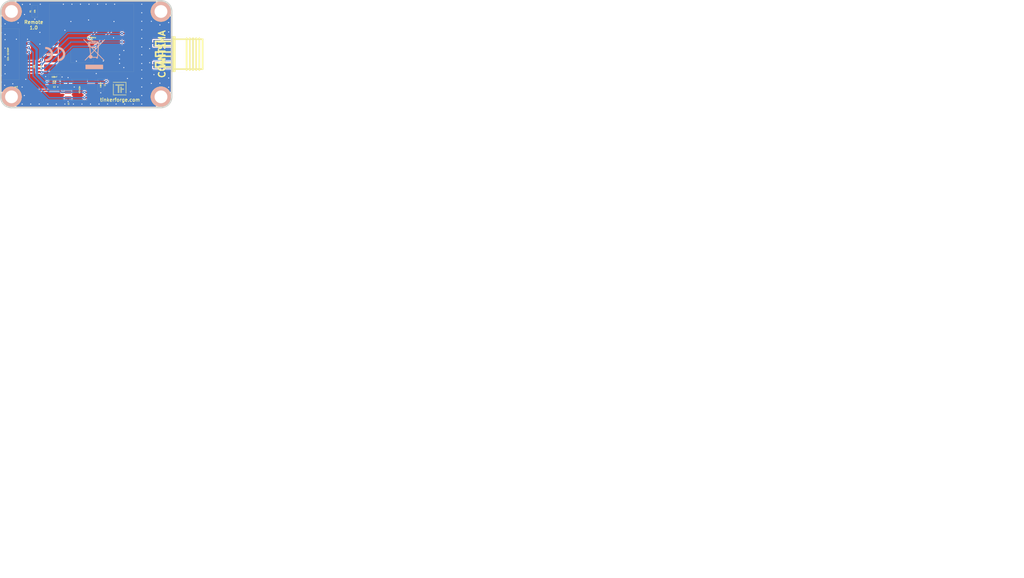
<source format=kicad_pcb>
(kicad_pcb (version 20221018) (generator pcbnew)
  (title_block (title "Remote Bricklet") (rev "1.0") (company "Tinkerforge GmbH") (comment 1 "Licensed under CERN OHL v.1.1") (comment 2 "Copyright (©) 2013, B.Nordmeyer <bastian@tinkerforge.com>"))
  (layers (0 "F.Cu" signal "Vorderseite") (31 "B.Cu" signal "Rückseite") (34 "B.Paste" user) (35 "F.Paste" user) (36 "B.SilkS" user) (37 "F.SilkS" user) (38 "B.Mask" user) (39 "F.Mask" user) (44 "Edge.Cuts" user))
  (net 0 "")
  (net 1 "GND")
  (net 2 "N-0000010")
  (net 3 "N-0000011")
  (net 4 "N-0000012")
  (net 5 "N-0000013")
  (net 6 "N-0000014")
  (net 7 "N-0000015")
  (net 8 "N-0000016")
  (net 9 "N-0000018")
  (net 10 "N-0000019")
  (net 11 "N-0000021")
  (net 12 "N-0000022")
  (net 13 "N-0000023")
  (net 14 "N-000007")
  (net 15 "VCC")
  (footprint "tinkerforge:SOIC8" (layer "F.Cu") (at 61.35 50.6 -90)
    (fp_text reference "U1" (at 3.29946 2.60096 270) (layer "F.SilkS") (effects (font (size 0.29972 0.29972) (thickness 0.0762))))
    (fp_text value "M24C64" (at 0 0 270) (layer "F.SilkS") (effects (font (size 0.29972 0.29972) (thickness 0.0762))))
    (pad "1" smd rect (at -1.90246 2.69748 90) (size 0.59944 1.5494) (layers "F.Cu" "F.Paste" "F.Mask") (net 1 "GND"))
    (pad "2" smd rect (at -0.63246 2.69748 90) (size 0.59944 1.5494) (layers "F.Cu" "F.Paste" "F.Mask") (net 1 "GND"))
    (pad "3" smd rect (at 0.63246 2.69748 90) (size 0.59944 1.5494) (layers "F.Cu" "F.Paste" "F.Mask") (net 11 "N-0000021"))
    (pad "4" smd rect (at 1.90246 2.69748 90) (size 0.59944 1.5494) (layers "F.Cu" "F.Paste" "F.Mask") (net 1 "GND"))
    (pad "5" smd rect (at 1.90246 -2.69748 270) (size 0.59944 1.5494) (layers "F.Cu" "F.Paste" "F.Mask") (net 12 "N-0000022"))
    (pad "6" smd rect (at 0.63246 -2.69748 270) (size 0.59944 1.5494) (layers "F.Cu" "F.Paste" "F.Mask") (net 13 "N-0000023"))
    (pad "7" smd rect (at -0.63246 -2.69748 270) (size 0.59944 1.5494) (layers "F.Cu" "F.Paste" "F.Mask"))
    (pad "8" smd rect (at -1.90246 -2.69748 270) (size 0.59944 1.5494) (layers "F.Cu" "F.Paste" "F.Mask") (net 15 "VCC"))
  )
  (footprint "DRILL_NP" (layer "F.Cu") (at 80.4 32.3)
    (fp_text reference "U3" hide)
    (fp_text value "DRILL" hide)
    (pad "" thru_hole circle (at 0 0) (size 2.99974 2.99974) (drill 2.99974) (layers "*.Cu" "*.SilkS" "*.Mask") (clearance 0.89916))
  )
  (footprint "DRILL_NP" (layer "F.Cu") (at 45.4 52.3)
    (fp_text reference "U4" hide)
    (fp_text value "DRILL" hide)
    (pad "" thru_hole circle (at 0 0) (size 2.99974 2.99974) (drill 2.99974) (layers "*.Cu" "*.SilkS" "*.Mask") (clearance 0.89916))
  )
  (footprint "DRILL_NP" (layer "F.Cu") (at 45.4 32.3)
    (fp_text reference "U6" hide)
    (fp_text value "DRILL" hide)
    (pad "" thru_hole circle (at 0 0) (size 2.99974 2.99974) (drill 2.99974) (layers "*.Cu" "*.SilkS" "*.Mask") (clearance 0.89916))
  )
  (footprint "DRILL_NP" (layer "F.Cu") (at 80.4 52.3)
    (fp_text reference "U5" hide)
    (fp_text value "DRILL" hide)
    (pad "" thru_hole circle (at 0 0) (size 2.99974 2.99974) (drill 2.99974) (layers "*.Cu" "*.SilkS" "*.Mask") (clearance 0.89916))
  )
  (footprint "tinkerforge:CON-SENSOR" (layer "F.Cu") (at 43 42.3 -90)
    (fp_text reference "P1" (at 7.9502 -3.50012 270) (layer "F.SilkS") (effects (font (size 0.59944 0.59944) (thickness 0.12446))))
    (fp_text value "CON-SENSOR" (at 0 -1.6002 270) (layer "F.SilkS") (effects (font (size 0.29972 0.29972) (thickness 0.07112))))
    (pad "1" smd rect (at -4.50088 -4.7752 270) (size 0.59944 1.5494) (layers "F.Cu" "F.Paste" "F.Mask"))
    (pad "2" smd rect (at -3.50012 -4.7752 270) (size 0.59944 1.5494) (layers "F.Cu" "F.Paste" "F.Mask") (net 1 "GND"))
    (pad "3" smd rect (at -2.49936 -4.7752 270) (size 0.59944 1.5494) (layers "F.Cu" "F.Paste" "F.Mask") (net 15 "VCC"))
    (pad "4" smd rect (at -1.50114 -4.7752 270) (size 0.59944 1.5494) (layers "F.Cu" "F.Paste" "F.Mask") (net 13 "N-0000023"))
    (pad "5" smd rect (at -0.50038 -4.7752 270) (size 0.59944 1.5494) (layers "F.Cu" "F.Paste" "F.Mask") (net 12 "N-0000022"))
    (pad "6" smd rect (at 0.50038 -4.7752 270) (size 0.59944 1.5494) (layers "F.Cu" "F.Paste" "F.Mask") (net 11 "N-0000021"))
    (pad "7" smd rect (at 1.50114 -4.7752 270) (size 0.59944 1.5494) (layers "F.Cu" "F.Paste" "F.Mask") (net 10 "N-0000019"))
    (pad "8" smd rect (at 2.49936 -4.7752 270) (size 0.59944 1.5494) (layers "F.Cu" "F.Paste" "F.Mask") (net 3 "N-0000011"))
    (pad "9" smd rect (at 3.50012 -4.7752 270) (size 0.59944 1.5494) (layers "F.Cu" "F.Paste" "F.Mask") (net 4 "N-0000012"))
    (pad "10" smd rect (at 4.50088 -4.7752 270) (size 0.59944 1.5494) (layers "F.Cu" "F.Paste" "F.Mask") (net 5 "N-0000013"))
    (pad "EP" smd rect (at -5.79882 -0.89916 270) (size 1.19888 1.80086) (layers "F.Cu" "F.Paste" "F.Mask") (net 1 "GND"))
    (pad "EP" smd rect (at 5.79882 -0.89916 270) (size 1.19888 1.80086) (layers "F.Cu" "F.Paste" "F.Mask") (net 1 "GND"))
  )
  (footprint "4X0603" (layer "F.Cu") (at 50.7 45.25 -90)
    (fp_text reference "RP1" (at 0 -1.6002 270) (layer "F.SilkS") (effects (font (size 0.29972 0.29972) (thickness 0.0762))))
    (fp_text value "100" (at 0 0 270) (layer "F.SilkS") (effects (font (size 0.29972 0.29972) (thickness 0.0762))))
    (pad "1" smd rect (at -1.19888 -0.8509 270) (size 0.44958 0.89916) (layers "F.Cu" "F.Paste" "F.Mask") (net 6 "N-0000014"))
    (pad "2" smd rect (at -0.39878 -0.8509 270) (size 0.44958 0.89916) (layers "F.Cu" "F.Paste" "F.Mask") (net 2 "N-0000010"))
    (pad "3" smd rect (at 0.39878 -0.8509 270) (size 0.44958 0.89916) (layers "F.Cu" "F.Paste" "F.Mask") (net 8 "N-0000016"))
    (pad "4" smd rect (at 1.19888 -0.8509 270) (size 0.44958 0.89916) (layers "F.Cu" "F.Paste" "F.Mask") (net 7 "N-0000015"))
    (pad "5" smd rect (at 1.19888 0.8509 270) (size 0.44958 0.89916) (layers "F.Cu" "F.Paste" "F.Mask") (net 5 "N-0000013"))
    (pad "6" smd rect (at 0.39878 0.8509 270) (size 0.44958 0.89916) (layers "F.Cu" "F.Paste" "F.Mask") (net 4 "N-0000012"))
    (pad "7" smd rect (at -0.39878 0.8509 270) (size 0.44958 0.89916) (layers "F.Cu" "F.Paste" "F.Mask") (net 3 "N-0000011"))
    (pad "8" smd rect (at -1.19888 0.8509 270) (size 0.44958 0.89916) (layers "F.Cu" "F.Paste" "F.Mask") (net 10 "N-0000019"))
  )
  (footprint "0603" (layer "F.Cu") (at 66.3 49.5 -90)
    (fp_text reference "C1" (at 0 -1.00076 270) (layer "F.SilkS") (effects (font (size 0.29972 0.29972) (thickness 0.0762))))
    (fp_text value "100nF" (at 0 0 270) (layer "F.SilkS") (effects (font (size 0.29972 0.29972) (thickness 0.0762))))
    (pad "1" smd rect (at -0.8001 0 270) (size 0.8001 0.8001) (layers "F.Cu" "F.Paste" "F.Mask") (net 15 "VCC"))
    (pad "2" smd rect (at 0.8001 0 270) (size 0.8001 0.8001) (layers "F.Cu" "F.Paste" "F.Mask") (net 1 "GND"))
  )
  (footprint "0603" (layer "F.Cu") (at 50.85 32.25 90)
    (fp_text reference "R1" (at 0 -1.00076 90) (layer "F.SilkS") (effects (font (size 0.29972 0.29972) (thickness 0.0762))))
    (fp_text value "10k" (at 0 0 90) (layer "F.SilkS") (effects (font (size 0.29972 0.29972) (thickness 0.0762))))
    (pad "1" smd rect (at -0.8001 0 90) (size 0.8001 0.8001) (layers "F.Cu" "F.Paste" "F.Mask") (net 1 "GND"))
    (pad "2" smd rect (at 0.8001 0 90) (size 0.8001 0.8001) (layers "F.Cu" "F.Paste" "F.Mask") (net 14 "N-000007"))
  )
  (footprint "0603" (layer "F.Cu") (at 55.45 49 180)
    (fp_text reference "C2" (at 0 -1.00076 180) (layer "F.SilkS") (effects (font (size 0.29972 0.29972) (thickness 0.0762))))
    (fp_text value "1µF" (at 0 0 180) (layer "F.SilkS") (effects (font (size 0.29972 0.29972) (thickness 0.07493))))
    (pad "1" smd rect (at -0.8001 0 180) (size 0.8001 0.8001) (layers "F.Cu" "F.Paste" "F.Mask") (net 1 "GND"))
    (pad "2" smd rect (at 0.8001 0 180) (size 0.8001 0.8001) (layers "F.Cu" "F.Paste" "F.Mask") (net 15 "VCC"))
  )
  (footprint "0603" (layer "F.Cu") (at 55.45 47.65 180)
    (fp_text reference "C3" (at 0 -1.00076 180) (layer "F.SilkS") (effects (font (size 0.29972 0.29972) (thickness 0.0762))))
    (fp_text value "100nF" (at 0 0 180) (layer "F.SilkS") (effects (font (size 0.29972 0.29972) (thickness 0.0762))))
    (pad "1" smd rect (at -0.8001 0 180) (size 0.8001 0.8001) (layers "F.Cu" "F.Paste" "F.Mask") (net 1 "GND"))
    (pad "2" smd rect (at 0.8001 0 180) (size 0.8001 0.8001) (layers "F.Cu" "F.Paste" "F.Mask") (net 15 "VCC"))
  )
  (footprint "tinkerforge:RFM69HW" (layer "F.Cu") (at 64.15 38.45)
    (fp_text reference "U2" (at 0 0.5) (layer "F.SilkS") (effects (font (size 0.3 0.3) (thickness 0.075))))
    (fp_text value "RFM69HW" (at 0 0) (layer "F.SilkS") (effects (font (size 0.3 0.3) (thickness 0.075))))
    (pad "1" smd rect (at 9.5 -7 180) (size 3.2 1.5) (layers "F.Cu" "F.Paste" "F.Mask"))
    (pad "2" smd rect (at 9.5 -5 180) (size 3.2 1.5) (layers "F.Cu" "F.Paste" "F.Mask") (net 2 "N-0000010"))
    (pad "3" smd rect (at 9.5 -3 180) (size 3.2 1.5) (layers "F.Cu" "F.Paste" "F.Mask") (net 7 "N-0000015"))
    (pad "4" smd rect (at 9.5 -1 180) (size 3.2 1.5) (layers "F.Cu" "F.Paste" "F.Mask") (net 6 "N-0000014"))
    (pad "5" smd rect (at 9.5 1 180) (size 3.2 1.5) (layers "F.Cu" "F.Paste" "F.Mask") (net 8 "N-0000016"))
    (pad "6" smd rect (at 9.5 3 180) (size 3.2 1.5) (layers "F.Cu" "F.Paste" "F.Mask") (net 1 "GND"))
    (pad "7" smd rect (at 9.5 5 180) (size 3.2 1.5) (layers "F.Cu" "F.Paste" "F.Mask") (net 9 "N-0000018"))
    (pad "8" smd rect (at 9.5 7 180) (size 3.2 1.5) (layers "F.Cu" "F.Paste" "F.Mask") (net 1 "GND"))
    (pad "9" smd rect (at -9.5 -7) (size 3.2 1.5) (layers "F.Cu" "F.Paste" "F.Mask") (net 14 "N-000007"))
    (pad "10" smd rect (at -9.5 -5) (size 3.2 1.5) (layers "F.Cu" "F.Paste" "F.Mask"))
    (pad "11" smd rect (at -9.5 -3) (size 3.2 1.5) (layers "F.Cu" "F.Paste" "F.Mask"))
    (pad "12" smd rect (at -9.5 -1) (size 3.2 1.5) (layers "F.Cu" "F.Paste" "F.Mask"))
    (pad "13" smd rect (at -9.5 1) (size 3.2 1.5) (layers "F.Cu" "F.Paste" "F.Mask"))
    (pad "14" smd rect (at -9.5 3) (size 3.2 1.5) (layers "F.Cu" "F.Paste" "F.Mask"))
    (pad "15" smd rect (at -9.5 5) (size 3.2 1.5) (layers "F.Cu" "F.Paste" "F.Mask"))
    (pad "16" smd rect (at -9.5 7) (size 3.2 1.5) (layers "F.Cu" "F.Paste" "F.Mask") (net 15 "VCC"))
  )
  (footprint "Fiducial_Mark" (layer "F.Cu") (at 49.9 52.3)
    (fp_text reference "Fiducial_Mark" hide)
    (fp_text value "VAL**" hide)
    (pad "1" smd circle (at 0 0) (size 1.00076 1.00076) (layers "F.Cu" "F.Mask") (clearance 0.65024))
  )
  (footprint "Fiducial_Mark" (layer "F.Cu") (at 78.25 36.6)
    (fp_text reference "Fiducial_Mark" hide)
    (fp_text value "VAL**" hide)
    (pad "1" smd circle (at 0 0) (size 1.00076 1.00076) (layers "F.Cu" "F.Mask") (clearance 0.65024))
  )
  (footprint "Logo_31x31" (layer "F.Cu") (at 69.15 48.8)
    (fp_text reference "G***" hide)
    (fp_text value "Logo_31x31" hide)
  )
  (footprint "CON-SMA" (layer "F.Cu") (at 80.65 42.3 90)
    (fp_text reference "ANT1" (at 0 0 90) (layer "F.SilkS") (effects (font (size 1.524 1.524) (thickness 0.3048))))
    (fp_text value "CON-SMA" (at 0 0 90) (layer "F.SilkS") (effects (font (size 1.524 1.524) (thickness 0.3048))))
    (pad "1" smd rect (at 0 0 90) (size 1.524 4.064) (layers "F.Cu" "F.Paste" "F.Mask") (net 9 "N-0000018"))
    (pad "2" smd rect (at -2.54 0 90) (size 1.524 4.064) (layers "F.Cu" "F.Paste" "F.Mask") (net 1 "GND"))
    (pad "3" smd rect (at -2.54 0 90) (size 1.524 4.064) (layers "B.Cu" "B.Paste" "B.Mask") (net 1 "GND"))
    (pad "4" smd rect (at 2.54 0 90) (size 1.524 4.064) (layers "F.Cu" "F.Paste" "F.Mask") (net 1 "GND"))
    (pad "5" smd rect (at 2.54 0 90) (size 1.524 4.064) (layers "B.Cu" "B.Paste" "B.Mask") (net 1 "GND"))
  )
  (footprint "CE_5mm" (layer "B.Cu") (at 55.6 42.3 180)
    (fp_text reference "VAL" hide)
    (fp_text value "CE_5mm" hide)
  )
  (footprint "WEEE_7mm" (layer "B.Cu") (at 64.75 42.3)
    (fp_text reference "VAL" hide)
    (fp_text value "WEEE_7mm" hide)
  )
  (gr_arc (start 42.9 32.3) (mid 43.632233 30.532233) (end 45.4 29.8) (stroke (width 0.381)) (layer "Edge.Cuts"))
  (gr_arc (start 45.4 54.8) (mid 43.632233 54.067767) (end 42.9 52.3) (stroke (width 0.381)) (layer "Edge.Cuts"))
  (gr_line (start 82.9 52.3) (end 82.9 32.3) (stroke (width 0.381)) (layer "Edge.Cuts"))
  (gr_arc (start 80.4 29.8) (mid 82.167767 30.532233) (end 82.9 32.3) (stroke (width 0.381)) (layer "Edge.Cuts"))
  (gr_line (start 80.4 29.8) (end 45.45 29.8) (stroke (width 0.381)) (layer "Edge.Cuts"))
  (gr_line (start 42.9 32.3) (end 42.9 52.3) (stroke (width 0.381)) (layer "Edge.Cuts"))
  (gr_arc (start 82.9 52.3) (mid 82.167767 54.067767) (end 80.4 54.8) (stroke (width 0.381)) (layer "Edge.Cuts"))
  (gr_line (start 45.35 54.8) (end 80.4 54.8) (stroke (width 0.381)) (layer "Edge.Cuts"))
  (gr_text "tinkerforge.com" (at 70.8 53) (layer "F.SilkS") (effects (font (size 0.8 0.8))))
  (gr_text "Remote\n1.0" (at 50.6 35.45) (layer "F.SilkS") (effects (font (size 0.8 0.8))))
  (segment (start 75.9 30.6) (end 75.9 32.6) (width 0.59944) (layer "F.Cu") (net 1))
  (segment (start 75.9 34.6) (end 75.9 36.6) (width 0.59944) (layer "F.Cu") (net 1))
  (segment (start 70.7 42.45) (end 70.7 43.45) (width 0.59944) (layer "F.Cu") (net 1))
  (segment (start 70.7 44.45) (end 71.7 45.45) (width 0.59944) (layer "F.Cu") (net 1))
  (segment (start 75.9 52) (end 75.9 50) (width 0.59944) (layer "F.Cu") (net 1))
  (segment (start 75.05 41.45) (end 75.9 40.6) (width 0.59944) (layer "F.Cu") (net 1))
  (segment (start 75.35 45.45) (end 75.9 46) (width 0.59944) (layer "F.Cu") (net 1))
  (segment (start 46.55012 38.79988) (end 46.55 38.8) (width 0.59944) (layer "F.Cu") (net 1))
  (segment (start 49.14988 38.79988) (end 49.15 38.8) (width 0.59944) (layer "F.Cu") (net 1))
  (segment (start 43.89916 37.69916) (end 43.9 37.7) (width 0.29972) (layer "F.Cu") (net 1))
  (segment (start 43.89916 46.90084) (end 43.9 46.9) (width 0.29972) (layer "F.Cu") (net 1))
  (segment (start 56.2501 49.9999) (end 56.25 50) (width 0.29972) (layer "F.Cu") (net 1))
  (segment (start 60.06754 49.96754) (end 60.1 50) (width 0.29972) (layer "F.Cu") (net 1))
  (segment (start 58.65252 47.80252) (end 58.65 47.8) (width 0.29972) (layer "F.Cu") (net 1))
  (segment (start 58.65252 53.39748) (end 58.65 53.4) (width 0.29972) (layer "F.Cu") (net 1))
  (segment (start 73.9 54) (end 71.9 54) (width 0.59944) (layer "F.Cu") (net 1))
  (segment (start 69.9 54) (end 67.9 54) (width 0.59944) (layer "F.Cu") (net 1))
  (segment (start 65.9 54) (end 63.9 54) (width 0.59944) (layer "F.Cu") (net 1))
  (segment (start 57.9 54) (end 55.9 54) (width 0.59944) (layer "F.Cu") (net 1))
  (segment (start 53.9 54) (end 51.9 54) (width 0.59944) (layer "F.Cu") (net 1))
  (segment (start 47.9 54) (end 48.4 53.5) (width 0.59944) (layer "F.Cu") (net 1))
  (segment (start 48.4 53.5) (end 48.4 52) (width 0.59944) (layer "F.Cu") (net 1))
  (segment (start 47.9 50) (end 47.15 49.25) (width 0.59944) (layer "F.Cu") (net 1))
  (segment (start 47.15 49.25) (end 45.7 49.25) (width 0.59944) (layer "F.Cu") (net 1))
  (segment (start 43.9 42.9) (end 43.9 40.9) (width 0.59944) (layer "F.Cu") (net 1))
  (segment (start 67.55 30.6) (end 65.55 30.6) (width 0.59944) (layer "F.Cu") (net 1))
  (segment (start 63.55 30.6) (end 61.55 30.6) (width 0.59944) (layer "F.Cu") (net 1))
  (segment (start 59.55 30.6) (end 57.55 30.6) (width 0.59944) (layer "F.Cu") (net 1))
  (segment (start 49.75 30.6) (end 49.7 30.65) (width 0.59944) (layer "F.Cu") (net 1))
  (segment (start 49.7 30.65) (end 47.95 30.65) (width 0.59944) (layer "F.Cu") (net 1))
  (segment (start 48.45 33) (end 48.2 33.25) (width 0.59944) (layer "F.Cu") (net 1))
  (segment (start 48.2 33.25) (end 48.2 33.7) (width 0.59944) (layer "F.Cu") (net 1))
  (segment (start 48.2 33.7) (end 46.95 34.95) (width 0.59944) (layer "F.Cu") (net 1))
  (segment (start 70.7 42.35) (end 69.3 40.95) (width 0.59944) (layer "F.Cu") (net 1))
  (segment (start 69.3 40.95) (end 69.3 38.45) (width 0.59944) (layer "F.Cu") (net 1))
  (segment (start 58.65 45.9) (end 60.6 43.95) (width 0.59944) (layer "F.Cu") (net 1))
  (segment (start 57.55 32.9) (end 59.3 34.65) (width 0.59944) (layer "F.Cu") (net 1))
  (segment (start 50.9 38.8) (end 52.05 39.95) (width 0.59944) (layer "F.Cu") (net 1))
  (segment (start 59.3 35.25) (end 57.9 36.7) (width 0.59944) (layer "F.Cu") (net 1))
  (segment (start 77.3 50) (end 78.15 49.15) (width 0.29972) (layer "F.Cu") (net 1))
  (segment (start 80.15 49.1) (end 80.3 49.25) (width 0.29972) (layer "F.Cu") (net 1))
  (segment (start 80.3 49.25) (end 81.05 49.25) (width 0.29972) (layer "F.Cu") (net 1))
  (segment (start 81.05 49.25) (end 82.2 50.05) (width 0.29972) (layer "F.Cu") (net 1))
  (segment (start 80.15 35.45) (end 80.25 35.35) (width 0.29972) (layer "F.Cu") (net 1))
  (segment (start 80.25 35.35) (end 81.75 35.35) (width 0.29972) (layer "F.Cu") (net 1))
  (segment (start 81.75 35.35) (end 82.2 34.9) (width 0.29972) (layer "F.Cu") (net 1))
  (segment (start 52.05 37.75) (end 52.05 37.2) (width 0.29972) (layer "F.Cu") (net 1))
  (segment (start 76.3 42.45) (end 77.75 41) (width 0.29972) (layer "F.Cu") (net 1))
  (segment (start 75.9 50) (end 77.3 50) (width 0.29972) (layer "F.Cu") (net 1))
  (segment (start 51.9 54) (end 49.9 54) (width 0.59944) (layer "F.Cu") (net 1))
  (segment (start 43.89916 36.50118) (end 43.89916 37.69916) (width 0.29972) (layer "F.Cu") (net 1))
  (segment (start 72.9 41.45) (end 75.05 41.45) (width 0.59944) (layer "F.Cu") (net 1))
  (segment (start 59.3 34.65) (end 59.3 35.25) (width 0.59944) (layer "F.Cu") (net 1))
  (segment (start 70.7 42.45) (end 70.7 42.35) (width 0.59944) (layer "F.Cu") (net 1))
  (segment (start 75.9 34.6) (end 78.15 34.6) (width 0.29972) (layer "F.Cu") (net 1))
  (segment (start 52.05 39.95) (end 52.05 37.75) (width 0.29972) (layer "F.Cu") (net 1))
  (segment (start 47.7752 38.79988) (end 46.55012 38.79988) (width 0.59944) (layer "F.Cu") (net 1))
  (segment (start 56.2501 47.65) (end 57.25 47.65) (width 0.29972) (layer "F.Cu") (net 1))
  (segment (start 75.9 40.6) (end 75.9 42.45) (width 0.59944) (layer "F.Cu") (net 1))
  (segment (start 75.9 48) (end 72.55 48) (width 0.59944) (layer "F.Cu") (net 1))
  (segment (start 72.9 45.45) (end 75.35 45.45) (width 0.59944) (layer "F.Cu") (net 1))
  (segment (start 56.2501 49.9999) (end 56.2501 49) (width 0.29972) (layer "F.Cu") (net 1))
  (segment (start 58.65 47.8) (end 58.65 45.9) (width 0.59944) (layer "F.Cu") (net 1))
  (segment (start 71.7 41.45) (end 72.9 41.45) (width 0.59944) (layer "F.Cu") (net 1))
  (segment (start 57.55 30.6) (end 57.55 32.9) (width 0.59944) (layer "F.Cu") (net 1))
  (segment (start 66.3 51.35) (end 66.3 50.3001) (width 0.29972) (layer "F.Cu") (net 1))
  (segment (start 43.89916 46.90084) (end 43.89916 48.09882) (width 0.29972) (layer "F.Cu") (net 1))
  (segment (start 58.65252 47.80252) (end 58.65252 48.69754) (width 0.29972) (layer "F.Cu") (net 1))
  (segment (start 58.65252 49.96754) (end 60.06754 49.96754) (width 0.29972) (layer "F.Cu") (net 1))
  (segment (start 49.14988 38.79988) (end 47.7752 38.79988) (width 0.59944) (layer "F.Cu") (net 1))
  (segment (start 75.9 42.45) (end 76.3 42.45) (width 0.29972) (layer "F.Cu") (net 1))
  (segment (start 43.9 46.9) (end 43.9 44.9) (width 0.59944) (layer "F.Cu") (net 1))
  (segment (start 72.9 45.45) (end 71.7 45.45) (width 0.59944) (layer "F.Cu") (net 1))
  (segment (start 50.85 33.0501) (end 50.85 34.1) (width 0.29972) (layer "F.Cu") (net 1))
  (segment (start 61.9 54) (end 59.9 54) (width 0.59944) (layer "F.Cu") (net 1))
  (segment (start 58.65252 52.50246) (end 58.65252 53.39748) (width 0.29972) (layer "F.Cu") (net 1))
  (segment (start 49.15 38.8) (end 50.9 38.8) (width 0.59944) (layer "F.Cu") (net 1))
  (segment (start 75.9 48) (end 75.9 54) (width 0.59944) (layer "F.Cu") (net 1))
  (via (at 52.05 37.2) (size 0.70104) (drill 0.24892) (layers "F.Cu" "B.Cu") (net 1))
  (via (at 63.9 54) (size 0.70104) (drill 0.24892) (layers "F.Cu" "B.Cu") (net 1))
  (via (at 80.15 35.45) (size 0.70104) (drill 0.24892) (layers "F.Cu" "B.Cu") (net 1))
  (via (at 57.55 30.6) (size 0.70104) (drill 0.24892) (layers "F.Cu" "B.Cu") (net 1))
  (via (at 78.15 49.15) (size 0.70104) (drill 0.24892) (layers "F.Cu" "B.Cu") (net 1))
  (via (at 80.15 49.1) (size 0.70104) (drill 0.24892) (layers "F.Cu" "B.Cu") (net 1))
  (via (at 51.9 54) (size 0.70104) (drill 0.24892) (layers "F.Cu" "B.Cu") (net 1))
  (via (at 49.75 30.6) (size 0.70104) (drill 0.24892) (layers "F.Cu" "B.Cu") (net 1))
  (via (at 59.3 34.65) (size 0.70104) (drill 0.24892) (layers "F.Cu" "B.Cu") (net 1))
  (via (at 43.9 44.9) (size 0.70104) (drill 0.24892) (layers "F.Cu" "B.Cu") (net 1))
  (via (at 73.9 54) (size 0.70104) (drill 0.24892) (layers "F.Cu" "B.Cu") (net 1))
  (via (at 55.9 54) (size 0.70104) (drill 0.24892) (layers "F.Cu" "B.Cu") (net 1))
  (via (at 82.2 37.1) (size 0.70104) (drill 0.24892) (layers "F.Cu" "B.Cu") (net 1))
  (via (at 43.9 46.9) (size 0.70104) (drill 0.24892) (layers "F.Cu" "B.Cu") (net 1))
  (via (at 66.3 51.35) (size 0.70104) (drill 0.24892) (layers "F.Cu" "B.Cu") (net 1))
  (via (at 59.9 54) (size 0.70104) (drill 0.24892) (layers "F.Cu" "B.Cu") (net 1))
  (via (at 70.7 44.45) (size 0.70104) (drill 0.24892) (layers "F.Cu" "B.Cu") (net 1))
  (via (at 49.15 38.8) (size 0.70104) (drill 0.24892) (layers "F.Cu" "B.Cu") (net 1))
  (via (at 73.25 51.1) (size 0.70104) (drill 0.24892) (layers "F.Cu" "B.Cu") (net 1))
  (via (at 53.4 47.55) (size 0.70104) (drill 0.24892) (layers "F.Cu" "B.Cu") (net 1))
  (via (at 56.25 50) (size 0.70104) (drill 0.24892) (layers "F.Cu" "B.Cu") (net 1))
  (via (at 43.8 49.6) (size 0.70104) (drill 0.24892) (layers "F.Cu" "B.Cu") (net 1))
  (via (at 71.7 45.45) (size 0.70104) (drill 0.24892) (layers "F.Cu" "B.Cu") (net 1))
  (via (at 67.9 54) (size 0.70104) (drill 0.24892) (layers "F.Cu" "B.Cu") (net 1))
  (via (at 75.9 44.5) (size 0.70104) (drill 0.24892) (layers "F.Cu" "B.Cu") (net 1))
  (via (at 46.55 38.8) (size 0.70104) (drill 0.24892) (layers "F.Cu" "B.Cu") (net 1))
  (via (at 47.95 30.65) (size 0.70104) (drill 0.24892) (layers "F.Cu" "B.Cu") (net 1))
  (via (at 52.15 30.6) (size 0.70104) (drill 0.24892) (layers "F.Cu" "B.Cu") (net 1))
  (via (at 43.9 35.2) (size 0.70104) (drill 0.24892) (layers "F.Cu" "B.Cu") (net 1))
  (via (at 43.9 42.9) (size 0.70104) (drill 0.24892) (layers "F.Cu" "B.Cu") (net 1))
  (via (at 50.85 34.1) (size 0.70104) (drill 0.24892) (layers "F.Cu" "B.Cu") (net 1))
  (via (at 57.25 47.65) (size 0.70104) (drill 0.24892) (layers "F.Cu" "B.Cu") (net 1))
  (via (at 67.55 30.6) (size 0.70104) (drill 0.24892) (layers "F.Cu" "B.Cu") (net 1))
  (via (at 65.25 46.85) (size 0.70104) (drill 0.24892) (layers "F.Cu" "B.Cu") (net 1))
  (via (at 60.6 43.95) (size 0.70104) (drill 0.24892) (layers "F.Cu" "B.Cu") (net 1))
  (via (at 77.75 41) (size 0.70104) (drill 0.24892) (layers "F.Cu" "B.Cu") (net 1))
  (via (at 43.9 38.9) (size 0.70104) (drill 0.24892) (layers "F.Cu" "B.Cu") (net 1))
  (via (at 69.9 54) (size 0.70104) (drill 0.24892) (layers "F.Cu" "B.Cu") (net 1))
  (via (at 82.2 34.9) (size 0.70104) (drill 0.24892) (layers "F.Cu" "B.Cu") (net 1))
  (via (at 61.9 54) (size 0.70104) (drill 0.24892) (layers "F.Cu" "B.Cu") (net 1))
  (via (at 78.75 47.1) (size 0.70104) (drill 0.24892) (layers "F.Cu" "B.Cu") (net 1))
  (via (at 82.2 50.05) (size 0.70104) (drill 0.24892) (layers "F.Cu" "B.Cu") (net 1))
  (via (at 57.9 36.7) (size 0.70104) (drill 0.24892) (layers "F.Cu" "B.Cu") (net 1))
  (via (at 52.05 39.95) (size 0.70104) (drill 0.24892) (layers "F.Cu" "B.Cu") (net 1))
  (via (at 75.9 52) (size 0.70104) (drill 0.24892) (layers "F.Cu" "B.Cu") (net 1))
  (via (at 70.7 43.45) (size 0.70104) (drill 0.24892) (layers "F.Cu" "B.Cu") (net 1))
  (via (at 47.9 54) (size 0.70104) (drill 0.24892) (layers "F.Cu" "B.Cu") (net 1))
  (via (at 69.55 30.6) (size 0.70104) (drill 0.24892) (layers "F.Cu" "B.Cu") (net 1))
  (via (at 57.9 54) (size 0.70104) (drill 0.24892) (layers "F.Cu" "B.Cu") (net 1))
  (via (at 58.65 47.8) (size 0.70104) (drill 0.24892) (layers "F.Cu" "B.Cu") (net 1))
  (via (at 47.9 50) (size 0.70104) (drill 0.24892) (layers "F.Cu" "B.Cu") (net 1))
  (via (at 48.4 52) (size 0.70104) (drill 0.24892) (layers "F.Cu" "B.Cu") (net 1))
  (via (at 49.9 54) (size 0.70104) (drill 0.24892) (layers "F.Cu" "B.Cu") (net 1))
  (via (at 66.9 43.9) (size 0.70104) (drill 0.24892) (layers "F.Cu" "B.Cu") (net 1))
  (via (at 45.7 49.25) (size 0.70104) (drill 0.24892) (layers "F.Cu" "B.Cu") (net 1))
  (via (at 69.4 34.65) (size 0.70104) (drill 0.24892) (layers "F.Cu" "B.Cu") (net 1))
  (via (at 75.9 46) (size 0.70104) (drill 0.24892) (layers "F.Cu" "B.Cu") (net 1))
  (via (at 78.15 34.6) (size 0.70104) (drill 0.24892) (layers "F.Cu" "B.Cu") (net 1))
  (via (at 75.9 34.6) (size 0.70104) (drill 0.24892) (layers "F.Cu" "B.Cu") (net 1))
  (via (at 53.9 54) (size 0.70104) (drill 0.24892) (layers "F.Cu" "B.Cu") (net 1))
  (via (at 59.55 30.6) (size 0.70104) (drill 0.24892) (layers "F.Cu" "B.Cu") (net 1))
  (via (at 75.9 50) (size 0.70104) (drill 0.24892) (layers "F.Cu" "B.Cu") (net 1))
  (via (at 75.9 40.6) (size 0.70104) (drill 0.24892) (layers "F.Cu" "B.Cu") (net 1))
  (via (at 75.9 38.6) (size 0.70104) (drill 0.24892) (layers "F.Cu" "B.Cu") (net 1))
  (via (at 65.55 30.6) (size 0.70104) (drill 0.24892) (layers "F.Cu" "B.Cu") (net 1))
  (via (at 75.9 36.6) (size 0.70104) (drill 0.24892) (layers "F.Cu" "B.Cu") (net 1))
  (via (at 70.7 42.45) (size 0.70104) (drill 0.24892) (layers "F.Cu" "B.Cu") (net 1))
  (via (at 63.55 30.6) (size 0.70104) (drill 0.24892) (layers "F.Cu" "B.Cu") (net 1))
  (via (at 43.9 40.9) (size 0.70104) (drill 0.24892) (layers "F.Cu" "B.Cu") (net 1))
  (via (at 75.9 30.6) (size 0.70104) (drill 0.24892) (layers "F.Cu" "B.Cu") (net 1))
  (via (at 75.9 48) (size 0.70104) (drill 0.24892) (layers "F.Cu" "B.Cu") (net 1))
  (via (at 75.9 54) (size 0.70104) (drill 0.24892) (layers "F.Cu" "B.Cu") (net 1))
  (via (at 43.9 37.7) (size 0.70104) (drill 0.24892) (layers "F.Cu" "B.Cu") (net 1))
  (via (at 46.95 34.95) (size 0.70104) (drill 0.24892) (layers "F.Cu" "B.Cu") (net 1))
  (via (at 48.75 48.2) (size 0.70104) (drill 0.24892) (layers "F.Cu" "B.Cu") (net 1))
  (via (at 75.9 42.45) (size 0.70104) (drill 0.24892) (layers "F.Cu" "B.Cu") (net 1))
  (via (at 72.55 48) (size 0.70104) (drill 0.24892) (layers "F.Cu" "B.Cu") (net 1))
  (via (at 71.9 54) (size 0.70104) (drill 0.24892) (layers "F.Cu" "B.Cu") (net 1))
  (via (at 48.45 33) (size 0.70104) (drill 0.24892) (layers "F.Cu" "B.Cu") (net 1))
  (via (at 63.45 34.3) (size 0.70104) (drill 0.24892) (layers "F.Cu" "B.Cu") (net 1))
  (via (at 60.1 50) (size 0.70104) (drill 0.24892) (layers "F.Cu" "B.Cu") (net 1))
  (via (at 65.9 54) (size 0.70104) (drill 0.24892) (layers "F.Cu" "B.Cu") (net 1))
  (via (at 71.7 41.45) (size 0.70104) (drill 0.24892) (layers "F.Cu" "B.Cu") (net 1))
  (via (at 69.3 38.45) (size 0.70104) (drill 0.24892) (layers "F.Cu" "B.Cu") (net 1))
  (via (at 61.55 30.6) (size 0.70104) (drill 0.24892) (layers "F.Cu" "B.Cu") (net 1))
  (via (at 75.9 32.6) (size 0.70104) (drill 0.24892) (layers "F.Cu" "B.Cu") (net 1))
  (via (at 77.75 44.3) (size 0.70104) (drill 0.24892) (layers "F.Cu" "B.Cu") (net 1))
  (via (at 82.2 47.9) (size 0.70104) (drill 0.24892) (layers "F.Cu" "B.Cu") (net 1))
  (via (at 58.65 53.4) (size 0.70104) (drill 0.24892) (layers "F.Cu" "B.Cu") (net 1))
  (segment (start 75.9 40.6) (end 75.9 30.6) (width 0.59944) (layer "B.Cu") (net 1))
  (segment (start 75.9 32.6) (end 75.9 34.6) (width 0.59944) (layer "B.Cu") (net 1))
  (segment (start 75.9 36.6) (end 75.9 38.6) (width 0.59944) (layer "B.Cu") (net 1))
  (segment (start 71.7 41.45) (end 70.7 42.45) (width 0.59944) (layer "B.Cu") (net 1))
  (segment (start 70.7 43.45) (end 70.7 44.45) (width 0.59944) (layer "B.Cu") (net 1))
  (segment (start 75.9 54) (end 75.9 52) (width 0.59944) (layer "B.Cu") (net 1))
  (segment (start 45 38.8) (end 43.9 37.7) (width 0.29972) (layer "B.Cu") (net 1))
  (segment (start 49.65 38.8) (end 50.85 37.6) (width 0.29972) (layer "B.Cu") (net 1))
  (segment (start 50.85 37.6) (end 50.85 34.1) (width 0.29972) (layer "B.Cu") (net 1))
  (segment (start 71.95 41.45) (end 72.95 40.45) (width 0.29972) (layer "B.Cu") (net 1))
  (segment (start 72.95 40.45) (end 72.95 36.9) (width 0.29972) (layer "B.Cu") (net 1))
  (segment (start 72.95 36.9) (end 71.85 35.8) (width 0.29972) (layer "B.Cu") (net 1))
  (segment (start 71.85 35.8) (end 52.55 35.8) (width 0.29972) (layer "B.Cu") (net 1))
  (segment (start 52.55 35.8) (end 50.85 34.1) (width 0.29972) (layer "B.Cu") (net 1))
  (segment (start 65 51.35) (end 63.65 50) (width 0.29972) (layer "B.Cu") (net 1))
  (segment (start 63.65 50) (end 60.1 50) (width 0.29972) (layer "B.Cu") (net 1))
  (segment (start 57.4 47.8) (end 57.25 47.65) (width 0.29972) (layer "B.Cu") (net 1))
  (segment (start 71.9 54) (end 69.9 54) (width 0.59944) (layer "B.Cu") (net 1))
  (segment (start 67.9 54) (end 65.9 54) (width 0.59944) (layer "B.Cu") (net 1))
  (segment (start 63.9 54) (end 61.9 54) (width 0.59944) (layer "B.Cu") (net 1))
  (segment (start 59.9 54) (end 57.9 54) (width 0.59944) (layer "B.Cu") (net 1))
  (segment (start 55.9 54) (end 53.9 54) (width 0.59944) (layer "B.Cu") (net 1))
  (segment (start 49.9 54) (end 47.9 54) (width 0.59944) (layer "B.Cu") (net 1))
  (segment (start 48.4 52) (end 48.4 51.95) (width 0.59944) (layer "B.Cu") (net 1))
  (segment (start 48.4 51.95) (end 48.4 51.25) (width 0.59944) (layer "B.Cu") (net 1))
  (segment (start 48.4 51.25) (end 47.9 50.75) (width 0.59944) (layer "B.Cu") (net 1))
  (segment (start 47.9 50.75) (end 47.9 50) (width 0.59944) (layer "B.Cu") (net 1))
  (segment (start 45.7 49.25) (end 45.55 49.4) (width 0.59944) (layer "B.Cu") (net 1))
  (segment (start 45.55 49.4) (end 44 49.4) (width 0.59944) (layer "B.Cu") (net 1))
  (segment (start 44 49.4) (end 43.8 49.6) (width 0.59944) (layer "B.Cu") (net 1))
  (segment (start 43.9 44.9) (end 43.9 42.9) (width 0.59944) (layer "B.Cu") (net 1))
  (segment (start 43.9 40.9) (end 43.9 38.9) (width 0.59944) (layer "B.Cu") (net 1))
  (segment (start 65.55 30.6) (end 63.55 30.6) (width 0.59944) (layer "B.Cu") (net 1))
  (segment (start 61.55 30.6) (end 59.55 30.6) (width 0.59944) (layer "B.Cu") (net 1))
  (segment (start 47.95 30.65) (end 48.45 31.15) (width 0.59944) (layer "B.Cu") (net 1))
  (segment (start 48.45 31.15) (end 48.45 33) (width 0.59944) (layer "B.Cu") (net 1))
  (segment (start 46.95 34.95) (end 46.7 35.2) (width 0.59944) (layer "B.Cu") (net 1))
  (segment (start 46.7 35.2) (end 43.9 35.2) (width 0.59944) (layer "B.Cu") (net 1))
  (segment (start 69.55 34.5) (end 69.4 34.65) (width 0.59944) (layer "B.Cu") (net 1))
  (segment (start 73 51.35) (end 73.25 51.1) (width 0.59944) (layer "B.Cu") (net 1))
  (segment (start 60.6 43.95) (end 60.65 43.9) (width 0.59944) (layer "B.Cu") (net 1))
  (segment (start 60.65 43.9) (end 66.9 43.9) (width 0.59944) (layer "B.Cu") (net 1))
  (segment (start 65.55 32.2) (end 63.45 34.3) (width 0.59944) (layer "B.Cu") (net 1))
  (segment (start 47.9 49.05) (end 48.75 48.2) (width 0.59944) (layer "B.Cu") (net 1))
  (segment (start 53.5 47.65) (end 53.4 47.55) (width 0.59944) (layer "B.Cu") (net 1))
  (segment (start 78.15 49.15) (end 78.2 49.1) (width 0.29972) (layer "B.Cu") (net 1))
  (segment (start 78.2 49.1) (end 80.15 49.1) (width 0.29972) (layer "B.Cu") (net 1))
  (segment (start 82.2 50.05) (end 82.2 47.9) (width 0.29972) (layer "B.Cu") (net 1))
  (segment (start 78.25 34.6) (end 79.1 35.45) (width 0.29972) (layer "B.Cu") (net 1))
  (segment (start 79.1 35.45) (end 80.15 35.45) (width 0.29972) (layer "B.Cu") (net 1))
  (segment (start 82.2 34.9) (end 82.2 37.1) (width 0.29972) (layer "B.Cu") (net 1))
  (segment (start 74.5 30.6) (end 73.5 31.6) (width 0.29972) (layer "B.Cu") (net 1))
  (segment (start 73.5 31.6) (end 70.55 31.6) (width 0.29972) (layer "B.Cu") (net 1))
  (segment (start 70.55 31.6) (end 69.55 30.6) (width 0.29972) (layer "B.Cu") (net 1))
  (segment (start 62.35 43.95) (end 65.25 46.85) (width 0.29972) (layer "B.Cu") (net 1))
  (segment (start 78.15 47.7) (end 78.75 47.1) (width 0.29972) (layer "B.Cu") (net 1))
  (segment (start 75.9 45.6) (end 75.9 44.5) (width 0.59944) (layer "B.Cu") (net 1))
  (segment (start 76.45 45.6) (end 77.75 44.3) (width 0.29972) (layer "B.Cu") (net 1))
  (segment (start 46.55 38.8) (end 45 38.8) (width 0.29972) (layer "B.Cu") (net 1))
  (segment (start 60.1 50) (end 56.25 50) (width 0.29972) (layer "B.Cu") (net 1))
  (segment (start 65.55 30.6) (end 65.55 32.2) (width 0.59944) (layer "B.Cu") (net 1))
  (segment (start 75.9 46) (end 75.9 45.6) (width 0.59944) (layer "B.Cu") (net 1))
  (segment (start 69.55 30.6) (end 69.55 34.5) (width 0.59944) (layer "B.Cu") (net 1))
  (segment (start 71.7 41.45) (end 71.95 41.45) (width 0.29972) (layer "B.Cu") (net 1))
  (segment (start 58.65 47.8) (end 57.4 47.8) (width 0.29972) (layer "B.Cu") (net 1))
  (segment (start 52.15 30.6) (end 49.75 30.6) (width 0.59944) (layer "B.Cu") (net 1))
  (segment (start 66.3 51.35) (end 73 51.35) (width 0.59944) (layer "B.Cu") (net 1))
  (segment (start 75.9 30.6) (end 74.5 30.6) (width 0.29972) (layer "B.Cu") (net 1))
  (segment (start 47.9 50) (end 47.9 49.05) (width 0.59944) (layer "B.Cu") (net 1))
  (segment (start 66.3 51.35) (end 65 51.35) (width 0.29972) (layer "B.Cu") (net 1))
  (segment (start 60.6 43.95) (end 62.35 43.95) (width 0.29972) (layer "B.Cu") (net 1))
  (segment (start 75.9 45.6) (end 76.45 45.6) (width 0.29972) (layer "B.Cu") (net 1))
  (segment (start 78.15 34.6) (end 78.25 34.6) (width 0.29972) (layer "B.Cu") (net 1))
  (segment (start 75.9 54) (end 73.9 54) (width 0.59944) (layer "B.Cu") (net 1))
  (segment (start 43.9 46.9) (end 43.9 37.7) (width 0.29972) (layer "B.Cu") (net 1))
  (segment (start 49.15 38.8) (end 49.65 38.8) (width 0.29972) (layer "B.Cu") (net 1))
  (segment (start 67.55 30.6) (end 69.55 30.6) (width 0.29972) (layer "B.Cu") (net 1))
  (segment (start 78.15 49.15) (end 78.15 47.7) (width 0.29972) (layer "B.Cu") (net 1))
  (segment (start 75.9 48) (end 75.9 46) (width 0.59944) (layer "B.Cu") (net 1))
  (segment (start 57.25 47.65) (end 53.5 47.65) (width 0.59944) (layer "B.Cu") (net 1))
  (segment (start 52.15 30.6) (end 57.55 30.6) (width 0.59944) (layer "B.Cu") (net 1))
  (segment (start 52.24878 44.85122) (end 52.45 44.65) (width 0.29972) (layer "F.Cu") (net 2))
  (segment (start 63.65 38.5) (end 68.7 33.45) (width 0.29972) (layer "F.Cu") (net 2))
  (segment (start 68.7 33.45) (end 72.9 33.45) (width 0.29972) (layer "F.Cu") (net 2))
  (segment (start 51.5509 44.85122) (end 52.24878 44.85122) (width 0.29972) (layer "F.Cu") (net 2))
  (via (at 63.65 38.5) (size 0.70104) (drill 0.24892) (layers "F.Cu" "B.Cu") (net 2))
  (via (at 52.45 44.65) (size 0.70104) (drill 0.24892) (layers "F.Cu" "B.Cu") (net 2))
  (segment (start 52.6 44.65) (end 58.75 38.5) (width 0.29972) (layer "B.Cu") (net 2))
  (segment (start 58.75 38.5) (end 63.65 38.5) (width 0.29972) (layer "B.Cu") (net 2))
  (segment (start 52.45 44.65) (end 52.6 44.65) (width 0.29972) (layer "B.Cu") (net 2))
  (segment (start 49.20122 44.85122) (end 49.14936 44.79936) (width 0.29972) (layer "F.Cu") (net 3))
  (segment (start 49.14936 44.79936) (end 47.7752 44.79936) (width 0.29972) (layer "F.Cu") (net 3))
  (segment (start 49.8491 44.85122) (end 49.20122 44.85122) (width 0.29972) (layer "F.Cu") (net 3))
  (segment (start 49.10122 45.64878) (end 48.94988 45.80012) (width 0.29972) (layer "F.Cu") (net 4))
  (segment (start 48.94988 45.80012) (end 47.7752 45.80012) (width 0.29972) (layer "F.Cu") (net 4))
  (segment (start 49.8491 45.64878) (end 49.10122 45.64878) (width 0.29972) (layer "F.Cu") (net 4))
  (segment (start 48.74912 46.80088) (end 49.10112 46.44888) (width 0.29972) (layer "F.Cu") (net 5))
  (segment (start 49.10112 46.44888) (end 49.8491 46.44888) (width 0.29972) (layer "F.Cu") (net 5))
  (segment (start 47.7752 46.80088) (end 48.74912 46.80088) (width 0.29972) (layer "F.Cu") (net 5))
  (segment (start 52.04888 44.05112) (end 52.4 43.7) (width 0.29972) (layer "F.Cu") (net 6))
  (segment (start 71.3 37.45) (end 72.9 37.45) (width 0.29972) (layer "F.Cu") (net 6))
  (segment (start 51.5509 44.05112) (end 52.04888 44.05112) (width 0.29972) (layer "F.Cu") (net 6))
  (via (at 71.3 37.45) (size 0.70104) (drill 0.24892) (layers "F.Cu" "B.Cu") (net 6))
  (via (at 52.4 43.7) (size 0.70104) (drill 0.24892) (layers "F.Cu" "B.Cu") (net 6))
  (segment (start 52.4 43.7) (end 58.65 37.45) (width 0.29972) (layer "B.Cu") (net 6))
  (segment (start 58.65 37.45) (end 71.3 37.45) (width 0.29972) (layer "B.Cu") (net 6))
  (segment (start 52.34888 46.44888) (end 52.45 46.55) (width 0.29972) (layer "F.Cu") (net 7))
  (segment (start 65.15 40.45) (end 70.15 35.45) (width 0.29972) (layer "F.Cu") (net 7))
  (segment (start 70.15 35.45) (end 72.9 35.45) (width 0.29972) (layer "F.Cu") (net 7))
  (segment (start 51.5509 46.44888) (end 52.34888 46.44888) (width 0.29972) (layer "F.Cu") (net 7))
  (via (at 52.45 46.55) (size 0.70104) (drill 0.24892) (layers "F.Cu" "B.Cu") (net 7))
  (via (at 65.15 40.45) (size 0.70104) (drill 0.24892) (layers "F.Cu" "B.Cu") (net 7))
  (segment (start 52.45 46.55) (end 52.5 46.5) (width 0.29972) (layer "B.Cu") (net 7))
  (segment (start 52.5 46.5) (end 53.65 46.5) (width 0.29972) (layer "B.Cu") (net 7))
  (segment (start 53.65 46.5) (end 59.7 40.45) (width 0.29972) (layer "B.Cu") (net 7))
  (segment (start 59.7 40.45) (end 65.15 40.45) (width 0.29972) (layer "B.Cu") (net 7))
  (segment (start 52.35122 45.64878) (end 52.4 45.6) (width 0.29972) (layer "F.Cu") (net 8))
  (segment (start 71.3 39.45) (end 72.9 39.45) (width 0.29972) (layer "F.Cu") (net 8))
  (segment (start 51.5509 45.64878) (end 52.35122 45.64878) (width 0.29972) (layer "F.Cu") (net 8))
  (via (at 71.3 39.45) (size 0.70104) (drill 0.24892) (layers "F.Cu" "B.Cu") (net 8))
  (via (at 52.4 45.6) (size 0.70104) (drill 0.24892) (layers "F.Cu" "B.Cu") (net 8))
  (segment (start 53.15 45.6) (end 59.3 39.45) (width 0.29972) (layer "B.Cu") (net 8))
  (segment (start 59.3 39.45) (end 71.3 39.45) (width 0.29972) (layer "B.Cu") (net 8))
  (segment (start 52.4 45.6) (end 53.15 45.6) (width 0.29972) (layer "B.Cu") (net 8))
  (segment (start 78 42.3) (end 76.85 43.45) (width 0.8001) (layer "F.Cu") (net 9))
  (segment (start 76.85 43.45) (end 72.9 43.45) (width 0.8001) (layer "F.Cu") (net 9))
  (segment (start 80 42.3) (end 78 42.3) (width 0.8001) (layer "F.Cu") (net 9))
  (segment (start 48.75114 43.80114) (end 49.00112 44.05112) (width 0.29972) (layer "F.Cu") (net 10))
  (segment (start 49.00112 44.05112) (end 49.8491 44.05112) (width 0.29972) (layer "F.Cu") (net 10))
  (segment (start 47.7752 43.80114) (end 48.75114 43.80114) (width 0.29972) (layer "F.Cu") (net 10))
  (segment (start 46.05 47) (end 46.05 43.45) (width 0.29972) (layer "F.Cu") (net 11))
  (segment (start 46.05 43.45) (end 46.69962 42.80038) (width 0.29972) (layer "F.Cu") (net 11))
  (segment (start 46.69962 42.80038) (end 47.7752 42.80038) (width 0.29972) (layer "F.Cu") (net 11))
  (segment (start 57.08246 51.23246) (end 56.6 50.75) (width 0.29972) (layer "F.Cu") (net 11))
  (segment (start 56.6 50.75) (end 49.8 50.75) (width 0.29972) (layer "F.Cu") (net 11))
  (segment (start 49.8 50.75) (end 46.05 47) (width 0.29972) (layer "F.Cu") (net 11))
  (segment (start 58.65252 51.23246) (end 57.08246 51.23246) (width 0.29972) (layer "F.Cu") (net 11))
  (segment (start 62.50246 52.50246) (end 62.5 52.5) (width 0.29972) (layer "F.Cu") (net 12))
  (segment (start 49.45 41.85) (end 49.39962 41.79962) (width 0.29972) (layer "F.Cu") (net 12))
  (segment (start 49.39962 41.79962) (end 47.7752 41.79962) (width 0.29972) (layer "F.Cu") (net 12))
  (segment (start 64.04748 52.50246) (end 62.50246 52.50246) (width 0.29972) (layer "F.Cu") (net 12))
  (via (at 62.5 52.5) (size 0.70104) (drill 0.24892) (layers "F.Cu" "B.Cu") (net 12))
  (via (at 49.45 41.85) (size 0.70104) (drill 0.24892) (layers "F.Cu" "B.Cu") (net 12))
  (segment (start 62.5 52.5) (end 54.25 52.5) (width 0.29972) (layer "B.Cu") (net 12))
  (segment (start 54.25 52.5) (end 49.6 47.85) (width 0.29972) (layer "B.Cu") (net 12))
  (segment (start 49.6 47.85) (end 49.6 42) (width 0.29972) (layer "B.Cu") (net 12))
  (segment (start 49.6 42) (end 49.45 41.85) (width 0.29972) (layer "B.Cu") (net 12))
  (segment (start 62.51754 51.23246) (end 62.5 51.25) (width 0.29972) (layer "F.Cu") (net 13))
  (segment (start 49.4 40.8) (end 49.39886 40.79886) (width 0.29972) (layer "F.Cu") (net 13))
  (segment (start 49.39886 40.79886) (end 47.7752 40.79886) (width 0.29972) (layer "F.Cu") (net 13))
  (segment (start 64.04748 51.23246) (end 62.51754 51.23246) (width 0.29972) (layer "F.Cu") (net 13))
  (via (at 62.5 51.25) (size 0.70104) (drill 0.24892) (layers "F.Cu" "B.Cu") (net 13))
  (via (at 49.4 40.8) (size 0.70104) (drill 0.24892) (layers "F.Cu" "B.Cu") (net 13))
  (segment (start 62.5 51.25) (end 62.45 51.2) (width 0.29972) (layer "B.Cu") (net 13))
  (segment (start 62.45 51.2) (end 54.25 51.2) (width 0.29972) (layer "B.Cu") (net 13))
  (segment (start 54.25 51.2) (end 50.45 47.4) (width 0.29972) (layer "B.Cu") (net 13))
  (segment (start 50.45 47.4) (end 50.45 41.85) (width 0.29972) (layer "B.Cu") (net 13))
  (segment (start 50.45 41.85) (end 49.4 40.8) (width 0.29972) (layer "B.Cu") (net 13))
  (segment (start 55.3999 31.4499) (end 55.4 31.45) (width 0.29972) (layer "F.Cu") (net 14))
  (segment (start 50.85 31.4499) (end 55.3999 31.4499) (width 0.29972) (layer "F.Cu") (net 14))
  (segment (start 55.4 45.95) (end 54.6499 46.7001) (width 0.59944) (layer "F.Cu") (net 15))
  (segment (start 54.6499 46.7001) (end 54.6499 47.65) (width 0.59944) (layer "F.Cu") (net 15))
  (segment (start 49.4 39.8) (end 49.39936 39.80064) (width 0.59944) (layer "F.Cu") (net 15))
  (segment (start 49.39936 39.80064) (end 47.7752 39.80064) (width 0.59944) (layer "F.Cu") (net 15))
  (segment (start 66.29764 48.69754) (end 66.3 48.6999) (width 0.29972) (layer "F.Cu") (net 15))
  (segment (start 67.5999 48.6999) (end 67.6 48.7) (width 0.29972) (layer "F.Cu") (net 15))
  (segment (start 54.6499 49) (end 54.6499 47.65) (width 0.59944) (layer "F.Cu") (net 15))
  (segment (start 66.3 48.6999) (end 67.5999 48.6999) (width 0.29972) (layer "F.Cu") (net 15))
  (segment (start 64.04748 48.69754) (end 66.29764 48.69754) (width 0.29972) (layer "F.Cu") (net 15))
  (segment (start 55.4 45.45) (end 55.4 45.95) (width 0.59944) (layer "F.Cu") (net 15))
  (segment (start 54.6499 49) (end 53.7 49) (width 0.59944) (layer "F.Cu") (net 15))
  (via (at 49.4 39.8) (size 0.70104) (drill 0.24892) (layers "F.Cu" "B.Cu") (net 15))
  (via (at 67.6 48.7) (size 0.70104) (drill 0.24892) (layers "F.Cu" "B.Cu") (net 15))
  (via (at 53.7 49) (size 0.70104) (drill 0.24892) (layers "F.Cu" "B.Cu") (net 15))
  (segment (start 53.7 49) (end 53.1 49) (width 0.59944) (layer "B.Cu") (net 15))
  (segment (start 53.1 49) (end 51.3 47.2) (width 0.59944) (layer "B.Cu") (net 15))
  (segment (start 51.3 47.2) (end 51.3 41.2) (width 0.59944) (layer "B.Cu") (net 15))
  (segment (start 51.3 41.2) (end 49.9 39.8) (width 0.59944) (layer "B.Cu") (net 15))
  (segment (start 49.9 39.8) (end 49.4 39.8) (width 0.59944) (layer "B.Cu") (net 15))
  (segment (start 67.6 48.7) (end 67.4 48.9) (width 0.29972) (layer "B.Cu") (net 15))
  (segment (start 67.4 48.9) (end 53.8 48.9) (width 0.29972) (layer "B.Cu") (net 15))
  (segment (start 53.8 48.9) (end 53.7 49) (width 0.29972) (layer "B.Cu") (net 15))
  (zone (net 1) (net_name "GND") (layer "F.Cu") (connect_pads (clearance 0.2)) (min_thickness 0.24892) (fill yes (thermal_gap 0.29972) (thermal_bridge_width 0.29972))
    (polygon (pts (xy 42.9 29.8) (xy 82.9 29.8) (xy 82.9 54.8) (xy 42.9 54.8)))
  )
  (zone (net 1) (net_name "GND") (layer "B.Cu") (connect_pads (clearance 0.2)) (min_thickness 0.24892) (fill yes (thermal_gap 0.29972) (thermal_bridge_width 0.29972))
    (polygon (pts (xy 82.9 54.8) (xy 42.9 54.8) (xy 42.9 29.8) (xy 82.9 29.8)))
  )
)
</source>
